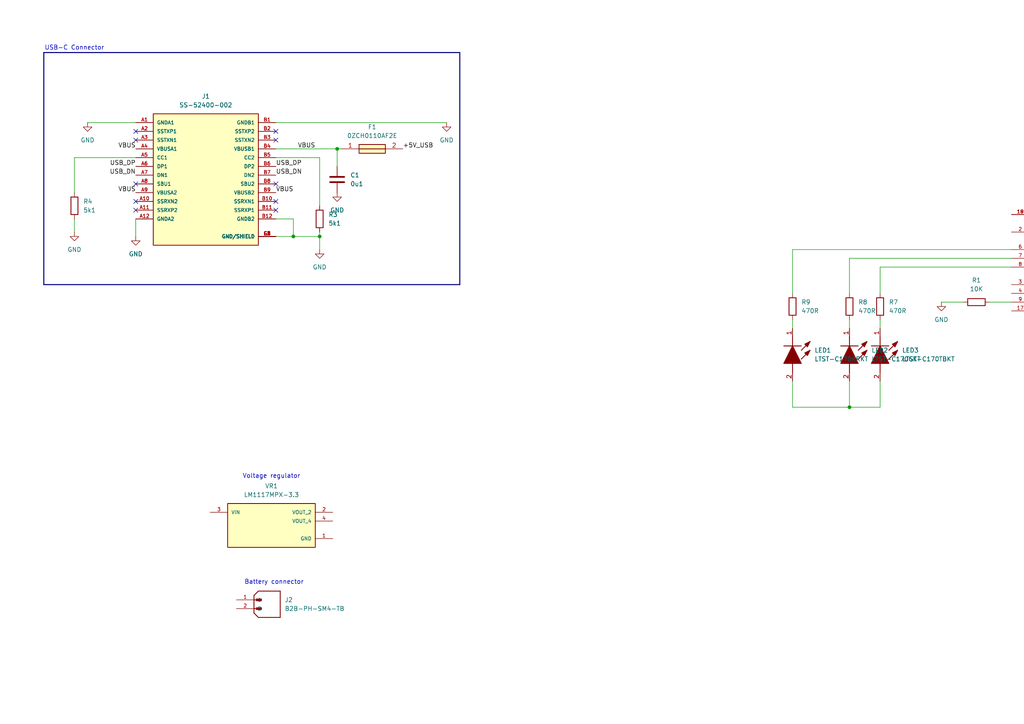
<source format=kicad_sch>
(kicad_sch (version 20231120) (generator "eeschema") (generator_version "8.0")
  (paper "A4")
  (title_block (title "ESP32 sensor board"))
  (lib_symbols
    (symbol "0ZCH0110AF2E:0ZCH0110AF2E" (pin_names hide)
      (property "Reference" "F" (at 13.97 6.35 0))
      (property "Value" "0ZCH0110AF2E" (at 13.97 3.81 0))
      (symbol "0ZCH0110AF2E_1_1"
        (polyline (pts (xy 5.08 0) (xy 12.7 0)) (stroke (width 0.254)))
        (rectangle (start 5.08 1.27) (end 12.7 -1.27) (stroke (width 0.254)) (fill (type background)))
        (pin passive line (at 0 0 0) (length 5.08) (name "1") (number "1"))
        (pin passive line (at 17.78 0 180) (length 5.08) (name "2") (number "2"))
      )
    )
    (symbol "B2B-PH-SM4-TB:B2B-PH-SM4-TB" (pin_names (offset 1.016))
      (property "Reference" "J" (at 0 6.35 0))
      (property "Value" "B2B-PH-SM4-TB" (at 0 -5.08 0))
      (symbol "B2B-PH-SM4-TB_0_0"
        (polyline (pts (xy 0 -1.27) (xy 1.27 -2.54)) (stroke (width 0.254)))
        (polyline (pts (xy 0 0) (xy 1.905 0)) (stroke (width 0.254)))
        (polyline (pts (xy 0 2.54) (xy 0 -1.27)) (stroke (width 0.254)))
        (polyline (pts (xy 0 2.54) (xy 1.905 2.54)) (stroke (width 0.254)))
        (polyline (pts (xy 0 3.81) (xy 0 2.54)) (stroke (width 0.254)))
        (polyline (pts (xy 0 3.81) (xy 1.27 5.08)) (stroke (width 0.254)))
        (polyline (pts (xy 1.27 -2.54) (xy 7.62 -2.54)) (stroke (width 0.254)))
        (polyline (pts (xy 7.62 -2.54) (xy 7.62 5.08)) (stroke (width 0.254)))
        (polyline (pts (xy 7.62 5.08) (xy 1.27 5.08)) (stroke (width 0.254)))
        (rectangle (start 0.635 -0.3175) (end 2.2225 0.3175) (stroke (width 0.1)) (fill (type outline)))
        (rectangle (start 0.635 2.2225) (end 2.2225 2.8575) (stroke (width 0.1)) (fill (type outline)))
        (pin passive line (at -5.08 2.54 0) (length 5.08) (name "1") (number "1"))
        (pin passive line (at -5.08 0 0) (length 5.08) (name "2") (number "2"))
      )
    )
    (symbol "Device:C" (pin_numbers hide) (pin_names (offset 0.254))
      (property "Reference" "C" (at 0.635 2.54 0))
      (property "Value" "C" (at 0.635 -2.54 0))
      (symbol "C_0_1"
        (polyline (pts (xy -2.032 -0.762) (xy 2.032 -0.762)) (stroke (width 0.508)))
        (polyline (pts (xy -2.032 0.762) (xy 2.032 0.762)) (stroke (width 0.508)))
      )
      (symbol "C_1_1"
        (pin passive line (at 0 3.81 270) (length 2.794) (name "~") (number "1"))
        (pin passive line (at 0 -3.81 90) (length 2.794) (name "~") (number "2"))
      )
    )
    (symbol "Device:R" (pin_numbers hide) (pin_names (offset 0))
      (property "Reference" "R" (at 2.032 0 90))
      (property "Value" "R" (at 0 0 90))
      (symbol "R_0_1"
        (rectangle (start -1.016 -2.54) (end 1.016 2.54) (stroke (width 0.254)))
      )
      (symbol "R_1_1"
        (pin passive line (at 0 3.81 270) (length 1.27) (name "~") (number "1"))
        (pin passive line (at 0 -3.81 90) (length 1.27) (name "~") (number "2"))
      )
    )
    (symbol "LM1117MPX-3.3:LM1117MPX-3.3" (pin_names (offset 1.016))
      (property "Reference" "VR" (at -12.7 6.08 0))
      (property "Value" "LM1117MPX-3.3" (at -12.7 -9.08 0))
      (symbol "LM1117MPX-3.3_0_0"
        (rectangle (start -12.7 -7.62) (end 12.7 5.08) (stroke (width 0.254)) (fill (type background)))
        (pin power_in line (at 17.78 -5.08 180) (length 5.08) (name "GND") (number "1"))
        (pin power_in line (at 17.78 2.54 180) (length 5.08) (name "VOUT_2") (number "2"))
        (pin power_in line (at -17.78 2.54 0) (length 5.08) (name "VIN") (number "3"))
        (pin power_in line (at 17.78 0 180) (length 5.08) (name "VOUT_4") (number "4"))
      )
    )
    (symbol "LTST-C170GKT:LTST-C170GKT" (pin_names hide)
      (property "Reference" "LED" (at 12.7 8.89 0))
      (property "Value" "LTST-C170GKT" (at 12.7 6.35 0))
      (symbol "LTST-C170GKT_1_1"
        (polyline (pts (xy 2.54 0) (xy 5.08 0)) (stroke (width 0.254)))
        (polyline (pts (xy 5.08 2.54) (xy 5.08 -2.54)) (stroke (width 0.254)))
        (polyline (pts (xy 6.35 2.54) (xy 3.81 5.08)) (stroke (width 0.254)))
        (polyline (pts (xy 8.89 2.54) (xy 6.35 5.08)) (stroke (width 0.254)))
        (polyline (pts (xy 10.16 0) (xy 12.7 0)) (stroke (width 0.254)))
        (polyline (pts (xy 5.08 0) (xy 10.16 2.54) (xy 10.16 -2.54) (xy 5.08 0)) (stroke (width 0.254)) (fill (type outline)))
        (polyline (pts (xy 5.334 4.318) (xy 4.572 3.556) (xy 3.81 5.08) (xy 5.334 4.318)) (stroke (width 0.254)) (fill (type outline)))
        (polyline (pts (xy 7.874 4.318) (xy 7.112 3.556) (xy 6.35 5.08) (xy 7.874 4.318)) (stroke (width 0.254)) (fill (type outline)))
        (pin passive line (at 0 0 0) (length 2.54) (name "K") (number "1"))
        (pin passive line (at 15.24 0 180) (length 2.54) (name "A") (number "2"))
      )
    )
    (symbol "LTST-C170KRKT:LTST-C170KRKT" (pin_names hide)
      (property "Reference" "LED" (at 12.7 8.89 0))
      (property "Value" "LTST-C170KRKT" (at 12.7 6.35 0))
      (symbol "LTST-C170KRKT_1_1"
        (polyline (pts (xy 2.54 0) (xy 5.08 0)) (stroke (width 0.254)))
        (polyline (pts (xy 5.08 2.54) (xy 5.08 -2.54)) (stroke (width 0.254)))
        (polyline (pts (xy 6.35 2.54) (xy 3.81 5.08)) (stroke (width 0.254)))
        (polyline (pts (xy 8.89 2.54) (xy 6.35 5.08)) (stroke (width 0.254)))
        (polyline (pts (xy 10.16 0) (xy 12.7 0)) (stroke (width 0.254)))
        (polyline (pts (xy 5.08 0) (xy 10.16 2.54) (xy 10.16 -2.54) (xy 5.08 0)) (stroke (width 0.254)) (fill (type outline)))
        (polyline (pts (xy 5.334 4.318) (xy 4.572 3.556) (xy 3.81 5.08) (xy 5.334 4.318)) (stroke (width 0.254)) (fill (type outline)))
        (polyline (pts (xy 7.874 4.318) (xy 7.112 3.556) (xy 6.35 5.08) (xy 7.874 4.318)) (stroke (width 0.254)) (fill (type outline)))
        (pin passive line (at 0 0 0) (length 2.54) (name "K") (number "1"))
        (pin passive line (at 15.24 0 180) (length 2.54) (name "A") (number "2"))
      )
    )
    (symbol "LTST-C170TBKT:LTST-C170TBKT" (pin_names hide)
      (property "Reference" "LED" (at 12.7 8.89 0))
      (property "Value" "LTST-C170TBKT" (at 12.7 6.35 0))
      (symbol "LTST-C170TBKT_1_1"
        (polyline (pts (xy 2.54 0) (xy 5.08 0)) (stroke (width 0.254)))
        (polyline (pts (xy 5.08 2.54) (xy 5.08 -2.54)) (stroke (width 0.254)))
        (polyline (pts (xy 6.35 2.54) (xy 3.81 5.08)) (stroke (width 0.254)))
        (polyline (pts (xy 8.89 2.54) (xy 6.35 5.08)) (stroke (width 0.254)))
        (polyline (pts (xy 10.16 0) (xy 12.7 0)) (stroke (width 0.254)))
        (polyline (pts (xy 5.08 0) (xy 10.16 2.54) (xy 10.16 -2.54) (xy 5.08 0)) (stroke (width 0.254)) (fill (type outline)))
        (polyline (pts (xy 5.334 4.318) (xy 4.572 3.556) (xy 3.81 5.08) (xy 5.334 4.318)) (stroke (width 0.254)) (fill (type outline)))
        (polyline (pts (xy 7.874 4.318) (xy 7.112 3.556) (xy 6.35 5.08) (xy 7.874 4.318)) (stroke (width 0.254)) (fill (type outline)))
        (pin passive line (at 0 0 0) (length 2.54) (name "K") (number "1"))
        (pin passive line (at 15.24 0 180) (length 2.54) (name "A") (number "2"))
      )
    )
    (symbol "MCP73871-2CAI_ML:MCP73871-2CAI_ML" (pin_names (offset 1.016))
      (property "Reference" "U" (at -15.1679 18.5478 0))
      (property "Value" "MCP73871-2CAI_ML" (at -15.3387 -22.9156 0))
      (symbol "MCP73871-2CAI_ML_0_0"
        (rectangle (start -15.24 -20.32) (end 15.24 17.78) (stroke (width 0.1524)) (fill (type background)))
        (pin output line (at 20.32 15.24 180) (length 5.08) (name "OUT") (number "1"))
        (pin power_in line (at 20.32 -17.78 180) (length 5.08) (name "VSS") (number "10"))
        (pin power_in line (at 20.32 -17.78 180) (length 5.08) (name "VSS") (number "11"))
        (pin bidirectional line (at 20.32 -12.7 180) (length 5.08) (name "PROG3") (number "12"))
        (pin bidirectional line (at 20.32 -7.62 180) (length 5.08) (name "PROG1") (number "13"))
        (pin bidirectional line (at 20.32 10.16 180) (length 5.08) (name "VBAT") (number "14"))
        (pin bidirectional line (at 20.32 10.16 180) (length 5.08) (name "VBAT") (number "15"))
        (pin bidirectional line (at 20.32 5.08 180) (length 5.08) (name "VBAT_SENSE") (number "16"))
        (pin input line (at -20.32 -12.7 0) (length 5.08) (name "CE") (number "17"))
        (pin input line (at -20.32 15.24 0) (length 5.08) (name "IN") (number "18"))
        (pin input line (at -20.32 15.24 0) (length 5.08) (name "IN") (number "19"))
        (pin input line (at -20.32 10.16 0) (length 5.08) (name "VPCC") (number "2"))
        (pin output line (at 20.32 15.24 180) (length 5.08) (name "OUT") (number "20"))
        (pin power_in line (at 20.32 -17.78 180) (length 5.08) (name "VSS") (number "21"))
        (pin input line (at -20.32 -5.08 0) (length 5.08) (name "SEL") (number "3"))
        (pin input line (at -20.32 -7.62 0) (length 5.08) (name "PROG2") (number "4"))
        (pin bidirectional line (at 20.32 -2.54 180) (length 5.08) (name "THERM") (number "5"))
        (pin output line (at -20.32 5.08 0) (length 5.08) (name "~{PG}") (number "6"))
        (pin output line (at -20.32 2.54 0) (length 5.08) (name "STAT2") (number "7"))
        (pin output line (at -20.32 0 0) (length 5.08) (name "STAT1/~{LBO}") (number "8"))
        (pin input line (at -20.32 -10.16 0) (length 5.08) (name "~{TE}") (number "9"))
      )
    )
    (symbol "SS-52400-002:SS-52400-002" (pin_names (offset 1.016))
      (property "Reference" "J" (at -15.24 19.05 0))
      (property "Value" "SS-52400-002" (at -15.24 -22.86 0))
      (symbol "SS-52400-002_0_0"
        (rectangle (start -15.24 -20.32) (end 15.24 17.78) (stroke (width 0.254)) (fill (type background)))
        (pin power_in line (at -20.32 15.24 0) (length 5.08) (name "GNDA1") (number "A1"))
        (pin bidirectional line (at -20.32 -7.62 0) (length 5.08) (name "SSRXN2") (number "A10"))
        (pin bidirectional line (at -20.32 -10.16 0) (length 5.08) (name "SSRXP2") (number "A11"))
        (pin power_in line (at -20.32 -12.7 0) (length 5.08) (name "GNDA2") (number "A12"))
        (pin bidirectional line (at -20.32 12.7 0) (length 5.08) (name "SSTXP1") (number "A2"))
        (pin bidirectional line (at -20.32 10.16 0) (length 5.08) (name "SSTXN1") (number "A3"))
        (pin power_in line (at -20.32 7.62 0) (length 5.08) (name "VBUSA1") (number "A4"))
        (pin bidirectional line (at -20.32 5.08 0) (length 5.08) (name "CC1") (number "A5"))
        (pin bidirectional line (at -20.32 2.54 0) (length 5.08) (name "DP1") (number "A6"))
        (pin bidirectional line (at -20.32 0 0) (length 5.08) (name "DN1") (number "A7"))
        (pin bidirectional line (at -20.32 -2.54 0) (length 5.08) (name "SBU1") (number "A8"))
        (pin power_in line (at -20.32 -5.08 0) (length 5.08) (name "VBUSA2") (number "A9"))
        (pin power_in line (at 20.32 15.24 180) (length 5.08) (name "GNDB1") (number "B1"))
        (pin bidirectional line (at 20.32 -7.62 180) (length 5.08) (name "SSRXN1") (number "B10"))
        (pin bidirectional line (at 20.32 -10.16 180) (length 5.08) (name "SSRXP1") (number "B11"))
        (pin power_in line (at 20.32 -12.7 180) (length 5.08) (name "GNDB2") (number "B12"))
        (pin bidirectional line (at 20.32 12.7 180) (length 5.08) (name "SSTXP2") (number "B2"))
        (pin bidirectional line (at 20.32 10.16 180) (length 5.08) (name "SSTXN2") (number "B3"))
        (pin power_in line (at 20.32 7.62 180) (length 5.08) (name "VBUSB1") (number "B4"))
        (pin bidirectional line (at 20.32 5.08 180) (length 5.08) (name "CC2") (number "B5"))
        (pin bidirectional line (at 20.32 2.54 180) (length 5.08) (name "DP2") (number "B6"))
        (pin bidirectional line (at 20.32 0 180) (length 5.08) (name "DN2") (number "B7"))
        (pin bidirectional line (at 20.32 -2.54 180) (length 5.08) (name "SBU2") (number "B8"))
        (pin power_in line (at 20.32 -5.08 180) (length 5.08) (name "VBUSB2") (number "B9"))
        (pin power_in line (at 20.32 -17.78 180) (length 5.08) (name "GND/SHIELD") (number "G1"))
        (pin power_in line (at 20.32 -17.78 180) (length 5.08) (name "GND/SHIELD") (number "G2"))
        (pin power_in line (at 20.32 -17.78 180) (length 5.08) (name "GND/SHIELD") (number "G3"))
        (pin power_in line (at 20.32 -17.78 180) (length 5.08) (name "GND/SHIELD") (number "G4"))
        (pin power_in line (at 20.32 -17.78 180) (length 5.08) (name "GND/SHIELD") (number "S1"))
        (pin power_in line (at 20.32 -17.78 180) (length 5.08) (name "GND/SHIELD") (number "S2"))
        (pin power_in line (at 20.32 -17.78 180) (length 5.08) (name "GND/SHIELD") (number "S3"))
        (pin power_in line (at 20.32 -17.78 180) (length 5.08) (name "GND/SHIELD") (number "S4"))
      )
    )
    (symbol "power:GND" (power) (pin_numbers hide) (pin_names (offset 0) hide)
      (property "Value" "GND" (at 0 -3.81 0))
      (symbol "GND_0_1"
        (polyline (pts (xy 0 0) (xy 0 -1.27) (xy 1.27 -1.27) (xy 0 -2.54) (xy -1.27 -1.27) (xy 0 -1.27)))
      )
      (symbol "GND_1_1"
        (pin power_in line (at 0 0 270) (length 0) (name "~") (number "1"))
      )
    )
  )
  (junction (at 97.79 43.18))
  (junction (at 92.71 68.58))
  (junction (at 246.38 118.11))
  (junction (at 347.98 101.6))
  (junction (at 85.09 68.58))
  (no_connect (at 39.37 38.1))
  (no_connect (at 80.01 40.64))
  (no_connect (at 39.37 60.96))
  (no_connect (at 39.37 53.34))
  (no_connect (at 80.01 60.96))
  (no_connect (at 39.37 40.64))
  (no_connect (at 80.01 38.1))
  (no_connect (at 39.37 58.42))
  (no_connect (at 80.01 58.42))
  (no_connect (at 80.01 53.34))
  (wire (pts (xy 99.06 43.18) (xy 97.79 43.18)))
  (wire (pts (xy 85.09 63.5) (xy 85.09 68.58)))
  (wire (pts (xy 347.98 101.6) (xy 351.79 101.6)))
  (wire (pts (xy 21.59 55.88) (xy 21.59 45.72)))
  (wire (pts (xy 97.79 48.26) (xy 97.79 43.18)))
  (wire (pts (xy 229.87 118.11) (xy 246.38 118.11)))
  (wire (pts (xy 344.17 101.6) (xy 347.98 101.6)))
  (wire (pts (xy 246.38 85.09) (xy 246.38 74.93)))
  (wire (pts (xy 92.71 45.72) (xy 80.01 45.72)))
  (bus (pts (xy 133.35 82.55) (xy 12.7 82.55)))
  (wire (pts (xy 92.71 59.69) (xy 92.71 45.72)))
  (wire (pts (xy 344.17 93.98) (xy 344.17 90.17)))
  (wire (pts (xy 273.05 87.63) (xy 279.4 87.63)))
  (wire (pts (xy 293.37 87.63) (xy 287.02 87.63)))
  (wire (pts (xy 255.27 85.09) (xy 255.27 77.47)))
  (wire (pts (xy 39.37 63.5) (xy 39.37 68.58)))
  (wire (pts (xy 25.4 35.56) (xy 39.37 35.56)))
  (bus (pts (xy 12.7 15.24) (xy 133.35 15.24)))
  (wire (pts (xy 97.79 43.18) (xy 80.01 43.18)))
  (wire (pts (xy 21.59 67.31) (xy 21.59 63.5)))
  (wire (pts (xy 255.27 77.47) (xy 293.37 77.47)))
  (wire (pts (xy 346.71 80.01) (xy 355.6 80.01)))
  (wire (pts (xy 229.87 72.39) (xy 293.37 72.39)))
  (wire (pts (xy 255.27 95.25) (xy 255.27 92.71)))
  (wire (pts (xy 21.59 45.72) (xy 39.37 45.72)))
  (wire (pts (xy 334.01 85.09) (xy 351.79 85.09)))
  (bus (pts (xy 12.7 15.24) (xy 12.7 82.55)))
  (bus (pts (xy 133.35 15.24) (xy 133.35 82.55)))
  (wire (pts (xy 85.09 68.58) (xy 92.71 68.58)))
  (wire (pts (xy 246.38 74.93) (xy 293.37 74.93)))
  (wire (pts (xy 229.87 110.49) (xy 229.87 118.11)))
  (wire (pts (xy 255.27 118.11) (xy 246.38 118.11)))
  (wire (pts (xy 80.01 35.56) (xy 129.54 35.56)))
  (wire (pts (xy 92.71 68.58) (xy 92.71 72.39)))
  (wire (pts (xy 229.87 85.09) (xy 229.87 72.39)))
  (wire (pts (xy 246.38 110.49) (xy 246.38 118.11)))
  (wire (pts (xy 80.01 63.5) (xy 85.09 63.5)))
  (wire (pts (xy 344.17 90.17) (xy 334.01 90.17)))
  (wire (pts (xy 92.71 67.31) (xy 92.71 68.58)))
  (wire (pts (xy 351.79 93.98) (xy 351.79 85.09)))
  (wire (pts (xy 334.01 80.01) (xy 339.09 80.01)))
  (wire (pts (xy 255.27 110.49) (xy 255.27 118.11)))
  (wire (pts (xy 85.09 68.58) (xy 80.01 68.58)))
  (wire (pts (xy 246.38 95.25) (xy 246.38 92.71)))
  (wire (pts (xy 229.87 95.25) (xy 229.87 92.71)))
  (text "Voltage regulator" (at 78.74 138.176 0) (effects (font (size 1.27 1.27))))
  (text "Li-Po battery charger" (at 311.658 50.8 0) (effects (font (size 1.27 1.27))))
  (text "Battery connector" (at 79.502 168.91 0) (effects (font (size 1.27 1.27))))
  (text "USB-C Connector\n" (at 21.59 13.97 0) (effects (font (size 1.27 1.27))))
  (label "VBUS" (at 86.36 43.18 0))
  (label "USB_DN" (at 39.37 50.8 180))
  (label "VBUS" (at 39.37 55.88 180))
  (label "USB_DP" (at 39.37 48.26 180))
  (label "+5V_USB" (at 116.84 43.18 0))
  (label "USB_DP" (at 80.01 48.26 0))
  (label "USB_DN" (at 80.01 50.8 0))
  (label "VBUS" (at 39.37 43.18 180))
  (label "VBUS" (at 80.01 55.88 0))
  (symbol (lib_id "power:GND") (at 129.54 35.56 0) (unit 1)
    (property "Reference" "#PWR08" (effects (hide yes)))
    (property "Value" "GND" (at 129.54 40.64 0))
    (property "Description" "Power symbol creates a global label with name \"GND\" , ground" (effects (hide yes)))
  )
  (symbol (lib_id "Device:R") (at 21.59 59.69 0) (unit 1)
    (property "Reference" "R4" (at 24.13 58.4199 0) (effects (justify left)))
    (property "Value" "5k1" (at 24.13 60.9599 0) (effects (justify left)))
    (property "Description" "Resistor" (effects (hide yes)))
  )
  (symbol (lib_id "LTST-C170KRKT:LTST-C170KRKT") (at 229.87 95.25 270) (unit 1)
    (property "Reference" "LED1" (at 236.22 101.5999 90) (effects (justify left)))
    (property "Value" "LTST-C170KRKT" (at 236.22 104.1399 90) (effects (justify left)))
    (property "Footprint" "LEDC2012X120N" (effects (hide yes)))
    (property "Datasheet" "https://componentsearchengine.com/Datasheets/1/LTST-C170KRKT.pdf" (effects (hide yes)))
    (property "Description" "Standard LEDs - SMD Red Clear 631nm" (effects (hide yes)))
    (property "Height" "1.2" (effects (hide yes)))
    (property "Manufacturer_Name" "Lite-On" (effects (hide yes)))
    (property "Manufacturer_Part_Number" "LTST-C170KRKT" (effects (hide yes)))
    (property "Mouser Part Number" "859-LTST-C170KRKT" (effects (hide yes)))
    (property "Mouser Price/Stock" "https://www.mouser.co.uk/ProductDetail/Lite-On/LTST-C170KRKT?qs=NUb82WqeCyrVOID%2Fxt4rgA%3D%3D" (effects (hide yes)))
    (property "Arrow Part Number" "LTST-C170KRKT" (effects (hide yes)))
    (property "Arrow Price/Stock" "https://www.arrow.com/en/products/ltst-c170krkt/lite-on-technology?utm_currency=USD&region=nac" (effects (hide yes)))
  )
  (symbol (lib_id "power:GND") (at 39.37 68.58 0) (unit 1)
    (property "Reference" "#PWR06" (effects (hide yes)))
    (property "Value" "GND" (at 39.37 73.66 0))
    (property "Description" "Power symbol creates a global label with name \"GND\" , ground" (effects (hide yes)))
  )
  (symbol (lib_id "LTST-C170GKT:LTST-C170GKT") (at 246.38 95.25 270) (unit 1)
    (property "Reference" "LED2" (at 252.73 101.5999 90) (effects (justify left)))
    (property "Value" "LTST-C170GKT" (at 252.73 104.1399 90) (effects (justify left)))
    (property "Footprint" "LEDC2012X120N" (effects (hide yes)))
    (property "Datasheet" "https://mm.digikey.com/Volume0/opasdata/d220001/medias/docus/895/LTST-C170GKT.pdf" (effects (hide yes)))
    (property "Description" "LED,SMD,0805,Green,6mcd,130deg Lite-On LTST-C170GKT, CHIPLED 0805 Series Green LED, 569 nm 2012 (0805), Rectangle Lens SMD package" (effects (hide yes)))
    (property "Height" "1.2" (effects (hide yes)))
    (property "Manufacturer_Name" "Lite-On" (effects (hide yes)))
    (property "Manufacturer_Part_Number" "LTST-C170GKT" (effects (hide yes)))
    (property "Mouser Part Number" "859-LTST-C170GKT" (effects (hide yes)))
    (property "Mouser Price/Stock" "https://www.mouser.co.uk/ProductDetail/Lite-On/LTST-C170GKT?qs=%2FSqKn2EfXQSV5aRij3YIfQ%3D%3D" (effects (hide yes)))
    (property "Arrow Part Number" "LTST-C170GKT" (effects (hide yes)))
    (property "Arrow Price/Stock" "https://www.arrow.com/en/products/ltst-c170gkt/lite-on-technology?utm_currency=USD&region=nac" (effects (hide yes)))
  )
  (symbol (lib_id "Device:R") (at 344.17 97.79 180) (unit 1)
    (property "Reference" "R5" (at 346.71 96.5199 0) (effects (justify right)))
    (property "Value" "2k" (at 346.71 99.0599 0) (effects (justify right)))
    (property "Description" "Resistor" (effects (hide yes)))
  )
  (symbol (lib_id "MCP73871-2CAI_ML:MCP73871-2CAI_ML") (at 313.69 77.47 0) (unit 1)
    (property "Reference" "U1" (at 313.69 54.61 0))
    (property "Value" "MCP73871-2CAI_ML" (at 313.69 57.15 0))
    (property "Footprint" "MCP73871-2CAI_ML:QFN50P400X400X100-21N" (effects (hide yes)))
    (property "MF" "Microchip" (effects (hide yes)))
    (property "SNAPEDA_PACKAGE_ID" "22102" (effects (hide yes)))
    (property "Package" "QFN-20 Microchip" (effects (hide yes)))
    (property "Price" "None" (effects (hide yes)))
    (property "Check_prices" "https://www.snapeda.com/parts/MCP73871-2CAI/ML/Microchip/view-part/?ref=eda" (effects (hide yes)))
    (property "STANDARD" "IPC-7351B" (effects (hide yes)))
    (property "PARTREV" "D" (effects (hide yes)))
    (property "SnapEDA_Link" "https://www.snapeda.com/parts/MCP73871-2CAI/ML/Microchip/view-part/?ref=snap" (effects (hide yes)))
    (property "MP" "MCP73871-2CAI/ML" (effects (hide yes)))
    (property "Description_1" "\n                        \n                            Microchip MCP73871-2CAI/ML, Battery Charge Controller, 1000mA, 20-Pin QFN | Microchip Technology Inc. MCP73871-2CAI/ML\n                        \n" (effects (hide yes)))
    (property "Availability" "In Stock" (effects (hide yes)))
    (property "MANUFACTURER" "Microchip Corp." (effects (hide yes)))
  )
  (symbol (lib_id "Device:R") (at 283.21 87.63 90) (unit 1)
    (property "Reference" "R1" (at 283.21 81.28 90))
    (property "Value" "10K" (at 283.21 83.82 90))
    (property "Description" "Resistor" (effects (hide yes)))
  )
  (symbol (lib_id "LTST-C170TBKT:LTST-C170TBKT") (at 255.27 95.25 270) (unit 1)
    (property "Reference" "LED3" (at 261.62 101.5999 90) (effects (justify left)))
    (property "Value" "LTST-C170TBKT" (at 261.62 104.1399 90) (effects (justify left)))
    (property "Footprint" "LEDC2012X120N" (effects (hide yes)))
    (property "Datasheet" "https://componentsearchengine.com/Datasheets/1/LTST-C170TBKT.pdf" (effects (hide yes)))
    (property "Description" "LED,SMD,0805,Blue,28mcd,130deg" (effects (hide yes)))
    (property "Height" "1.2" (effects (hide yes)))
    (property "Manufacturer_Name" "Lite-On" (effects (hide yes)))
    (property "Manufacturer_Part_Number" "LTST-C170TBKT" (effects (hide yes)))
    (property "Mouser Part Number" "859-LTST-C170TBKT" (effects (hide yes)))
    (property "Mouser Price/Stock" "https://www.mouser.co.uk/ProductDetail/Lite-On/LTST-C170TBKT?qs=0uL0gcxEMop2ooGmIUzw3A%3D%3D" (effects (hide yes)))
    (property "Arrow Part Number" "LTST-C170TBKT" (effects (hide yes)))
    (property "Arrow Price/Stock" "https://www.arrow.com/en/products/ltst-c170tbkt/lite-on-technology?utm_currency=USD&region=nac" (effects (hide yes)))
  )
  (symbol (lib_id "power:GND") (at 273.05 87.63 0) (unit 1)
    (property "Reference" "#PWR02" (effects (hide yes)))
    (property "Value" "GND" (at 273.05 92.71 0))
    (property "Description" "Power symbol creates a global label with name \"GND\" , ground" (effects (hide yes)))
  )
  (symbol (lib_id "power:GND") (at 355.6 80.01 0) (unit 1)
    (property "Reference" "#PWR01" (effects (hide yes)))
    (property "Value" "GND" (at 355.6 85.09 0))
    (property "Description" "Power symbol creates a global label with name \"GND\" , ground" (effects (hide yes)))
  )
  (symbol (lib_id "0ZCH0110AF2E:0ZCH0110AF2E") (at 99.06 43.18 0) (unit 1)
    (property "Reference" "F1" (at 107.95 36.83 0))
    (property "Value" "0ZCH0110AF2E" (at 107.95 39.37 0))
    (property "Footprint" "FUSC3226X100N" (effects (hide yes)))
    (property "Datasheet" "https://www.belfuse.com/resources/datasheets/circuitprotection/ds-cp-0zch-series.pdf" (effects (hide yes)))
    (property "Description" "1210 SMT PPTC | 1.10 Ih | 16V" (effects (hide yes)))
    (property "Height" "1" (effects (hide yes)))
    (property "Manufacturer_Name" "Bel Circuit Protection" (effects (hide yes)))
    (property "Manufacturer_Part_Number" "0ZCH0110AF2E" (effects (hide yes)))
  )
  (symbol (lib_id "B2B-PH-SM4-TB:B2B-PH-SM4-TB") (at 73.66 176.53 0) (unit 1)
    (property "Reference" "J2" (at 82.55 173.9899 0) (effects (justify left)))
    (property "Value" "B2B-PH-SM4-TB" (at 82.55 176.5299 0) (effects (justify left)))
    (property "Footprint" "B2B-PH-SM4-TB:JST_B2B-PH-SM4-TB" (effects (hide yes)))
    (property "MF" "JST" (effects (hide yes)))
    (property "MAXIMUM_PACKAGE_HEIGHT" "6.6 mm" (effects (hide yes)))
    (property "Package" "NON STANDARD-2 JST" (effects (hide yes)))
    (property "Price" "None" (effects (hide yes)))
    (property "Check_prices" "https://www.snapeda.com/parts/B2B-PH-SM4-TB/JST/view-part/?ref=eda" (effects (hide yes)))
    (property "STANDARD" "Manufacturer Recommendations" (effects (hide yes)))
    (property "PARTREV" "N/A" (effects (hide yes)))
    (property "SnapEDA_Link" "https://www.snapeda.com/parts/B2B-PH-SM4-TB/JST/view-part/?ref=snap" (effects (hide yes)))
    (property "MP" "B2B-PH-SM4-TB" (effects (hide yes)))
    (property "Description_1" "\n                        \n                            Connector Header Surface Mount 2 position 0.079 (2.00mm)\n                        \n" (effects (hide yes)))
    (property "Availability" "In Stock" (effects (hide yes)))
    (property "MANUFACTURER" "JST" (effects (hide yes)))
  )
  (symbol (lib_id "Device:R") (at 246.38 88.9 0) (unit 1)
    (property "Reference" "R8" (at 248.92 87.6299 0) (effects (justify left)))
    (property "Value" "470R" (at 248.92 90.1699 0) (effects (justify left)))
    (property "Description" "Resistor" (effects (hide yes)))
  )
  (symbol (lib_id "Device:R") (at 255.27 88.9 0) (unit 1)
    (property "Reference" "R7" (at 257.81 87.6299 0) (effects (justify left)))
    (property "Value" "470R" (at 257.81 90.1699 0) (effects (justify left)))
    (property "Description" "Resistor" (effects (hide yes)))
  )
  (symbol (lib_id "Device:R") (at 342.9 80.01 90) (unit 1)
    (property "Reference" "R2" (at 342.9 73.66 90))
    (property "Value" "10K" (at 342.9 76.2 90))
    (property "Description" "Resistor" (effects (hide yes)))
  )
  (symbol (lib_id "LM1117MPX-3.3:LM1117MPX-3.3") (at 78.74 151.13 0) (unit 1)
    (property "Reference" "VR1" (at 78.74 140.97 0))
    (property "Value" "LM1117MPX-3.3" (at 78.74 143.51 0))
    (property "Footprint" "LM1117MPX-3.3:VREG_LM1117MPX-3.3" (effects (hide yes)))
    (property "MF" "onsemi" (effects (hide yes)))
    (property "DESCRIPTION" "800-mA 15-V linear voltage regulator 4-SOT-223" (effects (hide yes)))
    (property "PACKAGE" "SOT-223-4 Texas Instruments" (effects (hide yes)))
    (property "PRICE" "None" (effects (hide yes)))
    (property "Package" "SOT-223-4 ON Semiconductor" (effects (hide yes)))
    (property "Check_prices" "https://www.snapeda.com/parts/LM1117MPX-33NOPB/Onsemi/view-part/?ref=eda" (effects (hide yes)))
    (property "Price" "None" (effects (hide yes)))
    (property "SnapEDA_Link" "https://www.snapeda.com/parts/LM1117MPX-33NOPB/Onsemi/view-part/?ref=snap" (effects (hide yes)))
    (property "MP" "LM1117MPX-33NOPB" (effects (hide yes)))
    (property "Description_1" "\n                        \n                            Linear Voltage Regulator IC Positive Fixed 1 Output 800mA SOT-223\n                        \n" (effects (hide yes)))
    (property "Availability" "In Stock" (effects (hide yes)))
    (property "AVAILABILITY" "Warning" (effects (hide yes)))
    (property "PURCHASE-URL" "https://pricing.snapeda.com/search/part/LM1117MPX-3.3/?ref=eda" (effects (hide yes)))
  )
  (symbol (lib_id "Device:R") (at 229.87 88.9 0) (unit 1)
    (property "Reference" "R9" (at 232.41 87.6299 0) (effects (justify left)))
    (property "Value" "470R" (at 232.41 90.1699 0) (effects (justify left)))
    (property "Description" "Resistor" (effects (hide yes)))
  )
  (symbol (lib_id "Device:C") (at 97.79 52.07 0) (unit 1)
    (property "Reference" "C1" (at 101.6 50.7999 0) (effects (justify left)))
    (property "Value" "0u1" (at 101.6 53.3399 0) (effects (justify left)))
    (property "Description" "Unpolarized capacitor" (effects (hide yes)))
  )
  (symbol (lib_id "power:GND") (at 21.59 67.31 0) (unit 1)
    (property "Reference" "#PWR05" (effects (hide yes)))
    (property "Value" "GND" (at 21.59 72.39 0))
    (property "Description" "Power symbol creates a global label with name \"GND\" , ground" (effects (hide yes)))
  )
  (symbol (lib_id "power:GND") (at 92.71 72.39 0) (unit 1)
    (property "Reference" "#PWR04" (effects (hide yes)))
    (property "Value" "GND" (at 92.71 77.47 0))
    (property "Description" "Power symbol creates a global label with name \"GND\" , ground" (effects (hide yes)))
  )
  (symbol (lib_id "SS-52400-002:SS-52400-002") (at 59.69 50.8 0) (unit 1)
    (property "Reference" "J1" (at 59.69 27.94 0))
    (property "Value" "SS-52400-002" (at 59.69 30.48 0))
    (property "Footprint" "SS-52400-002:BELFUSE_SS-52400-002" (effects (hide yes)))
    (property "MF" "Bel Fuse" (effects (hide yes)))
    (property "MAXIMUM_PACKAGE_HEIGHT" "2.96 mm" (effects (hide yes)))
    (property "Package" "None" (effects (hide yes)))
    (property "Price" "None" (effects (hide yes)))
    (property "Check_prices" "https://www.snapeda.com/parts/SS-52400-002/Bel+Circuit+Protection/view-part/?ref=eda" (effects (hide yes)))
    (property "STANDARD" "Manufacturer Recommendations" (effects (hide yes)))
    (property "PARTREV" "A0" (effects (hide yes)))
    (property "SnapEDA_Link" "https://www.snapeda.com/parts/SS-52400-002/Bel+Circuit+Protection/view-part/?ref=snap" (effects (hide yes)))
    (property "MP" "SS-52400-002" (effects (hide yes)))
    (property "Description_1" "\n                        \n                            USB Type-C Connector | USB 3.1 | 1 Port | Right Angle Receptacle | Shielded | 0.039 in (1.00mm) PCB Thickness\n                        \n" (effects (hide yes)))
    (property "Availability" "In Stock" (effects (hide yes)))
    (property "MANUFACTURER" "BelFuse" (effects (hide yes)))
  )
  (symbol (lib_id "Device:R") (at 351.79 97.79 180) (unit 1)
    (property "Reference" "R6" (at 354.33 96.5199 0) (effects (justify right)))
    (property "Value" "2k" (at 354.33 99.0599 0) (effects (justify right)))
    (property "Description" "Resistor" (effects (hide yes)))
  )
  (symbol (lib_id "Device:R") (at 92.71 63.5 0) (unit 1)
    (property "Reference" "R3" (at 95.25 62.2299 0) (effects (justify left)))
    (property "Value" "5k1" (at 95.25 64.7699 0) (effects (justify left)))
    (property "Description" "Resistor" (effects (hide yes)))
  )
  (symbol (lib_id "power:GND") (at 97.79 55.88 0) (unit 1)
    (property "Reference" "#PWR09" (effects (hide yes)))
    (property "Value" "GND" (at 97.79 60.96 0))
    (property "Description" "Power symbol creates a global label with name \"GND\" , ground" (effects (hide yes)))
  )
  (symbol (lib_id "power:GND") (at 25.4 35.56 0) (unit 1)
    (property "Reference" "#PWR07" (effects (hide yes)))
    (property "Value" "GND" (at 25.4 40.64 0))
    (property "Description" "Power symbol creates a global label with name \"GND\" , ground" (effects (hide yes)))
  )
  (symbol (lib_id "power:GND") (at 347.98 101.6 0) (unit 1)
    (property "Reference" "#PWR03" (effects (hide yes)))
    (property "Value" "GND" (at 347.98 106.68 0))
    (property "Description" "Power symbol creates a global label with name \"GND\" , ground" (effects (hide yes)))
  )
)
</source>
